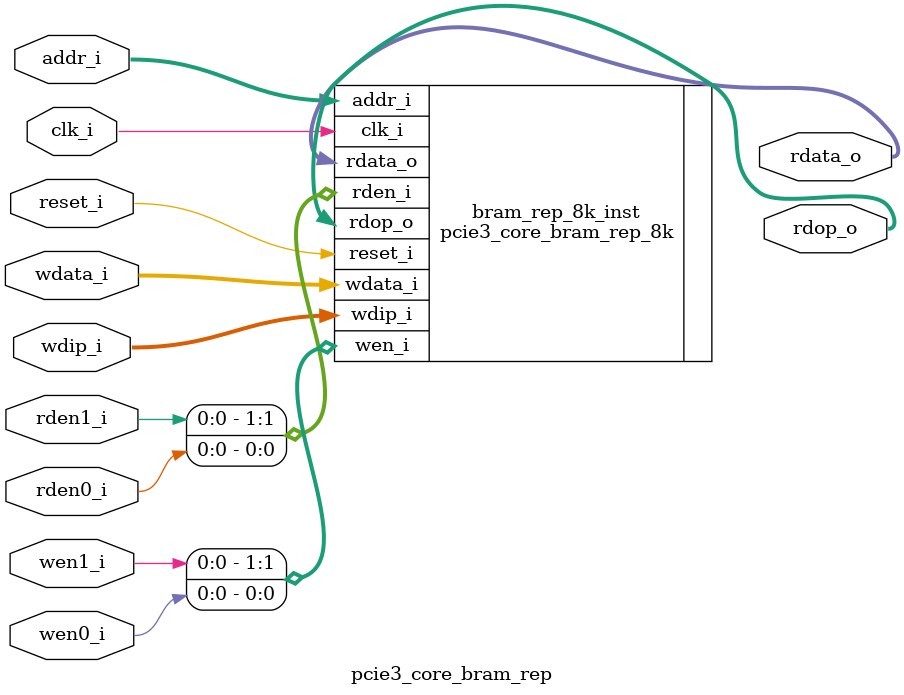
<source format=v>


`timescale 1ps/1ps

module pcie3_core_bram_rep 
 #(
  parameter TCQ = 100
  ) (
  input  wire         clk_i,
  input  wire         reset_i,
  input  wire   [8:0] addr_i,
  input  wire [127:0] wdata_i,
  input  wire  [15:0] wdip_i,
  input  wire         wen0_i,
  input  wire         wen1_i,
  input  wire         rden0_i,
  input  wire         rden1_i,
  output wire [127:0] rdata_o,
  output wire  [15:0] rdop_o
  );

  pcie3_core_bram_rep_8k 
 #(
    .TCQ (TCQ))
  bram_rep_8k_inst (
    .clk_i (clk_i),
    .reset_i (reset_i),
    .addr_i (addr_i[8:0]),
    .wdata_i (wdata_i[127:0]),
    .wdip_i (wdip_i[15:0]),
    .wen_i ({wen1_i, wen0_i}),
    .rden_i ({rden1_i,rden0_i}),
    .rdata_o (rdata_o[127:0]),
    .rdop_o (rdop_o[15:0])
  );

endmodule

</source>
